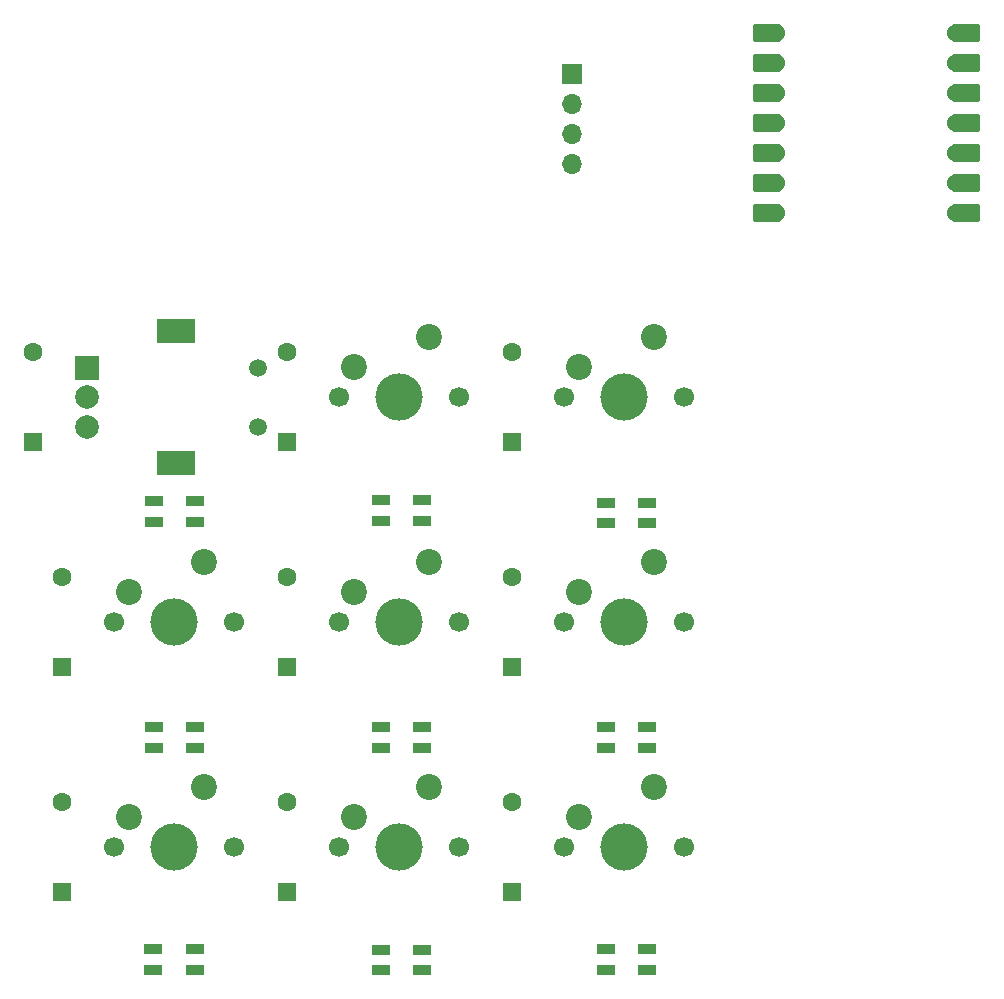
<source format=gbr>
%TF.GenerationSoftware,KiCad,Pcbnew,9.0.2*%
%TF.CreationDate,2025-07-05T22:13:59-05:00*%
%TF.ProjectId,starpad,73746172-7061-4642-9e6b-696361645f70,rev?*%
%TF.SameCoordinates,Original*%
%TF.FileFunction,Soldermask,Top*%
%TF.FilePolarity,Negative*%
%FSLAX46Y46*%
G04 Gerber Fmt 4.6, Leading zero omitted, Abs format (unit mm)*
G04 Created by KiCad (PCBNEW 9.0.2) date 2025-07-05 22:13:59*
%MOMM*%
%LPD*%
G01*
G04 APERTURE LIST*
G04 Aperture macros list*
%AMRoundRect*
0 Rectangle with rounded corners*
0 $1 Rounding radius*
0 $2 $3 $4 $5 $6 $7 $8 $9 X,Y pos of 4 corners*
0 Add a 4 corners polygon primitive as box body*
4,1,4,$2,$3,$4,$5,$6,$7,$8,$9,$2,$3,0*
0 Add four circle primitives for the rounded corners*
1,1,$1+$1,$2,$3*
1,1,$1+$1,$4,$5*
1,1,$1+$1,$6,$7*
1,1,$1+$1,$8,$9*
0 Add four rect primitives between the rounded corners*
20,1,$1+$1,$2,$3,$4,$5,0*
20,1,$1+$1,$4,$5,$6,$7,0*
20,1,$1+$1,$6,$7,$8,$9,0*
20,1,$1+$1,$8,$9,$2,$3,0*%
G04 Aperture macros list end*
%ADD10RoundRect,0.152400X1.063600X0.609600X-1.063600X0.609600X-1.063600X-0.609600X1.063600X-0.609600X0*%
%ADD11C,1.524000*%
%ADD12RoundRect,0.152400X-1.063600X-0.609600X1.063600X-0.609600X1.063600X0.609600X-1.063600X0.609600X0*%
%ADD13R,1.600000X0.850000*%
%ADD14RoundRect,0.250000X0.550000X-0.550000X0.550000X0.550000X-0.550000X0.550000X-0.550000X-0.550000X0*%
%ADD15C,1.600000*%
%ADD16R,1.700000X1.700000*%
%ADD17O,1.700000X1.700000*%
%ADD18C,1.700000*%
%ADD19C,4.000000*%
%ADD20C,2.200000*%
%ADD21C,1.500000*%
%ADD22R,2.000000X2.000000*%
%ADD23C,2.000000*%
%ADD24R,3.200000X2.000000*%
G04 APERTURE END LIST*
D10*
%TO.C,U1*%
X131135000Y-92960000D03*
D11*
X131970000Y-92960000D03*
D10*
X131135000Y-95500000D03*
D11*
X131970000Y-95500000D03*
D10*
X131135000Y-98040000D03*
D11*
X131970000Y-98040000D03*
D10*
X131135000Y-100580000D03*
D11*
X131970000Y-100580000D03*
D10*
X131135000Y-103120000D03*
D11*
X131970000Y-103120000D03*
D10*
X131135000Y-105660000D03*
D11*
X131970000Y-105660000D03*
D10*
X131135000Y-108200000D03*
D11*
X131970000Y-108200000D03*
X147210000Y-108200000D03*
D12*
X148045000Y-108200000D03*
D11*
X147210000Y-105660000D03*
D12*
X148045000Y-105660000D03*
D11*
X147210000Y-103120000D03*
D12*
X148045000Y-103120000D03*
D11*
X147210000Y-100580000D03*
D12*
X148045000Y-100580000D03*
D11*
X147210000Y-98040000D03*
D12*
X148045000Y-98040000D03*
D11*
X147210000Y-95500000D03*
D12*
X148045000Y-95500000D03*
D11*
X147210000Y-92960000D03*
D12*
X148045000Y-92960000D03*
%TD*%
D13*
%TO.C,D10*%
X79250000Y-132625000D03*
X79250000Y-134375000D03*
X82750000Y-134375000D03*
X82750000Y-132625000D03*
%TD*%
D14*
%TO.C,D7*%
X90487500Y-165735000D03*
D15*
X90487500Y-158115000D03*
%TD*%
D14*
%TO.C,D4*%
X90487500Y-146685000D03*
D15*
X90487500Y-139065000D03*
%TD*%
D16*
%TO.C,J1*%
X114685000Y-96455000D03*
D17*
X114685000Y-98995000D03*
X114685000Y-101535000D03*
X114685000Y-104075000D03*
%TD*%
D14*
%TO.C,D6*%
X71437500Y-165735000D03*
D15*
X71437500Y-158115000D03*
%TD*%
D13*
%TO.C,D13*%
X79250000Y-151750000D03*
X79250000Y-153500000D03*
X82750000Y-153500000D03*
X82750000Y-151750000D03*
%TD*%
D18*
%TO.C,SW6*%
X75882500Y-161925000D03*
D19*
X80962500Y-161925000D03*
D18*
X86042500Y-161925000D03*
D20*
X83502500Y-156845000D03*
X77152500Y-159385000D03*
%TD*%
D14*
%TO.C,D2*%
X109537500Y-127635000D03*
D15*
X109537500Y-120015000D03*
%TD*%
D13*
%TO.C,D17*%
X98500000Y-170585000D03*
X98500000Y-172335000D03*
X102000000Y-172335000D03*
X102000000Y-170585000D03*
%TD*%
D18*
%TO.C,SW2*%
X113992500Y-123805000D03*
D19*
X119072500Y-123805000D03*
D18*
X124152500Y-123805000D03*
D20*
X121612500Y-118725000D03*
X115262500Y-121265000D03*
%TD*%
D18*
%TO.C,SW3*%
X75882500Y-142875000D03*
D19*
X80962500Y-142875000D03*
D18*
X86042500Y-142875000D03*
D20*
X83502500Y-137795000D03*
X77152500Y-140335000D03*
%TD*%
D13*
%TO.C,D12*%
X117500000Y-132750000D03*
X117500000Y-134500000D03*
X121000000Y-134500000D03*
X121000000Y-132750000D03*
%TD*%
D14*
%TO.C,D1*%
X90487500Y-127635000D03*
D15*
X90487500Y-120015000D03*
%TD*%
D13*
%TO.C,D15*%
X117500000Y-151750000D03*
X117500000Y-153500000D03*
X121000000Y-153500000D03*
X121000000Y-151750000D03*
%TD*%
D14*
%TO.C,D5*%
X109537500Y-146685000D03*
D15*
X109537500Y-139065000D03*
%TD*%
D21*
%TO.C,SW10*%
X88106250Y-121325000D03*
X88106250Y-126325000D03*
D22*
X73606250Y-121325000D03*
D23*
X73606250Y-126325000D03*
X73606250Y-123825000D03*
D24*
X81106250Y-118225000D03*
X81106250Y-129425000D03*
%TD*%
D18*
%TO.C,SW8*%
X113982500Y-161925000D03*
D19*
X119062500Y-161925000D03*
D18*
X124142500Y-161925000D03*
D20*
X121602500Y-156845000D03*
X115252500Y-159385000D03*
%TD*%
D18*
%TO.C,SW7*%
X94932500Y-161925000D03*
D19*
X100012500Y-161925000D03*
D18*
X105092500Y-161925000D03*
D20*
X102552500Y-156845000D03*
X96202500Y-159385000D03*
%TD*%
D18*
%TO.C,SW5*%
X113982500Y-142875000D03*
D19*
X119062500Y-142875000D03*
D18*
X124142500Y-142875000D03*
D20*
X121602500Y-137795000D03*
X115252500Y-140335000D03*
%TD*%
D14*
%TO.C,D9*%
X69056250Y-127635000D03*
D15*
X69056250Y-120015000D03*
%TD*%
D14*
%TO.C,D8*%
X109537500Y-165735000D03*
D15*
X109537500Y-158115000D03*
%TD*%
D13*
%TO.C,D18*%
X117520000Y-170535000D03*
X117520000Y-172285000D03*
X121020000Y-172285000D03*
X121020000Y-170535000D03*
%TD*%
%TO.C,D14*%
X98500000Y-151750000D03*
X98500000Y-153500000D03*
X102000000Y-153500000D03*
X102000000Y-151750000D03*
%TD*%
%TO.C,D16*%
X79212500Y-170575000D03*
X79212500Y-172325000D03*
X82712500Y-172325000D03*
X82712500Y-170575000D03*
%TD*%
D18*
%TO.C,SW1*%
X94932500Y-123825000D03*
D19*
X100012500Y-123825000D03*
D18*
X105092500Y-123825000D03*
D20*
X102552500Y-118745000D03*
X96202500Y-121285000D03*
%TD*%
D18*
%TO.C,SW4*%
X94932500Y-142875000D03*
D19*
X100012500Y-142875000D03*
D18*
X105092500Y-142875000D03*
D20*
X102552500Y-137795000D03*
X96202500Y-140335000D03*
%TD*%
D14*
%TO.C,D3*%
X71437500Y-146685000D03*
D15*
X71437500Y-139065000D03*
%TD*%
D13*
%TO.C,D11*%
X98500000Y-132541875D03*
X98500000Y-134291875D03*
X102000000Y-134291875D03*
X102000000Y-132541875D03*
%TD*%
M02*

</source>
